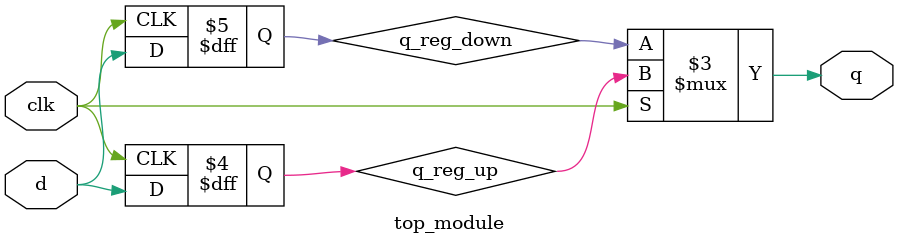
<source format=v>
module top_module (
    input clk,
    input d,
    output q
);
reg q_reg_up;
reg q_reg_down;


always @(negedge clk)begin
    q_reg_down <= d;
end

always @(posedge clk) begin
    q_reg_up <= d;
end


assign q = clk ? q_reg_up : q_reg_down;
endmodule
</source>
